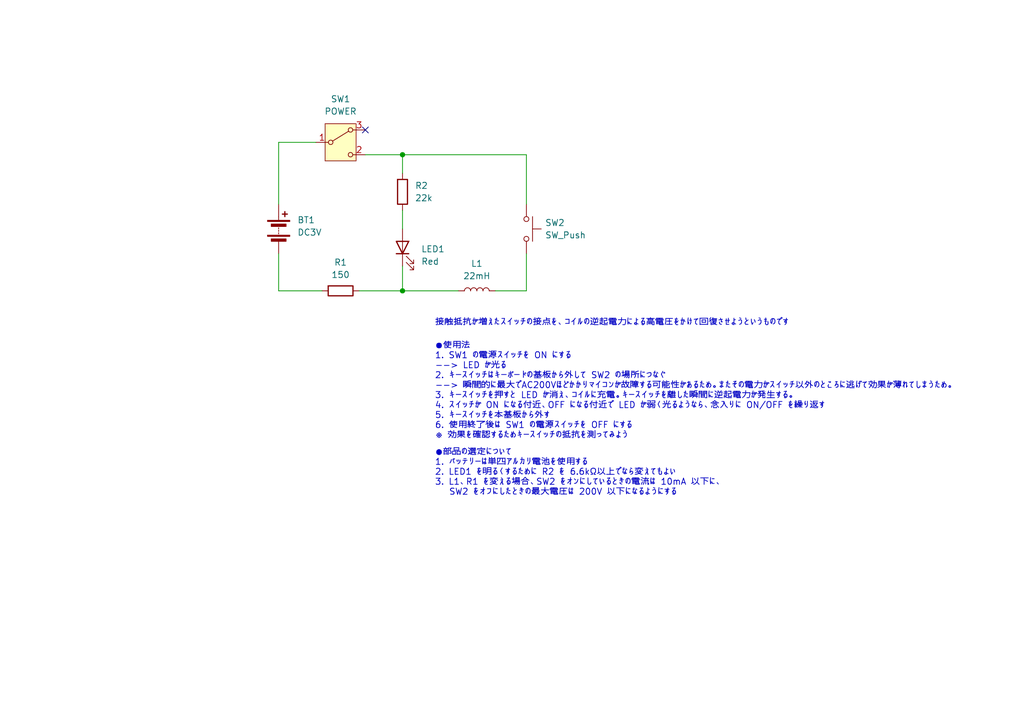
<source format=kicad_sch>
(kicad_sch (version 20250114) (generator "eeschema") (generator_version "9.0")
  (paper "A5")
  (title_block (title "Switch Reflesher") (date "2025-11-04") (rev "2.1"))
  (lib_symbols
    (symbol "Device:Battery" (pin_numbers (hide yes)) (pin_names (offset 0) (hide yes))
      (property "Reference" "BT" (at 2.54 2.54 0))
      (property "Value" "Battery" (at 2.54 0 0))
      (symbol "Battery_0_1"
        (rectangle (start -2.286 1.778) (end 2.286 1.524) (fill (type outline)))
        (rectangle (start -2.286 -1.27) (end 2.286 -1.524) (fill (type outline)))
        (rectangle (start -1.524 1.016) (end 1.524 0.508) (fill (type outline)))
        (rectangle (start -1.524 -2.032) (end 1.524 -2.54) (fill (type outline)))
        (polyline (pts (xy 0 1.778) (xy 0 2.54)))
        (polyline (pts (xy 0 0) (xy 0 0.254)))
        (polyline (pts (xy 0 -0.508) (xy 0 -0.254)))
        (polyline (pts (xy 0 -1.016) (xy 0 -0.762)))
        (polyline (pts (xy 0.762 3.048) (xy 1.778 3.048)) (stroke (width 0.254)))
        (polyline (pts (xy 1.27 3.556) (xy 1.27 2.54)) (stroke (width 0.254)))
      )
      (symbol "Battery_1_1"
        (pin passive line (at 0 5.08 270) (length 2.54) (name "+") (number "1"))
        (pin passive line (at 0 -5.08 90) (length 2.54) (name "-") (number "2"))
      )
    )
    (symbol "Device:L" (pin_numbers (hide yes)) (pin_names (offset 1.016) (hide yes))
      (property "Reference" "L" (at -1.27 0 90))
      (property "Value" "L" (at 1.905 0 90))
      (symbol "L_0_1"
        (arc (start 0 2.54) (mid 0.6323 1.905) (end 0 1.27))
        (arc (start 0 1.27) (mid 0.6323 0.635) (end 0 0))
        (arc (start 0 0) (mid 0.6323 -0.635) (end 0 -1.27))
        (arc (start 0 -1.27) (mid 0.6323 -1.905) (end 0 -2.54))
      )
      (symbol "L_1_1"
        (pin passive line (at 0 3.81 270) (length 1.27) (name "1") (number "1"))
        (pin passive line (at 0 -3.81 90) (length 1.27) (name "2") (number "2"))
      )
    )
    (symbol "Device:LED" (pin_numbers (hide yes)) (pin_names (offset 1.016) (hide yes))
      (property "Reference" "D" (at 0 2.54 0))
      (property "Value" "LED" (at 0 -2.54 0))
      (symbol "LED_0_1"
        (polyline (pts (xy -3.048 -0.762) (xy -4.572 -2.286) (xy -3.81 -2.286) (xy -4.572 -2.286) (xy -4.572 -1.524)))
        (polyline (pts (xy -1.778 -0.762) (xy -3.302 -2.286) (xy -2.54 -2.286) (xy -3.302 -2.286) (xy -3.302 -1.524)))
        (polyline (pts (xy -1.27 0) (xy 1.27 0)))
        (polyline (pts (xy -1.27 -1.27) (xy -1.27 1.27)) (stroke (width 0.254)))
        (polyline (pts (xy 1.27 -1.27) (xy 1.27 1.27) (xy -1.27 0) (xy 1.27 -1.27)) (stroke (width 0.254)))
      )
      (symbol "LED_1_1"
        (pin passive line (at -3.81 0 0) (length 2.54) (name "K") (number "1"))
        (pin passive line (at 3.81 0 180) (length 2.54) (name "A") (number "2"))
      )
    )
    (symbol "Device:R" (pin_numbers (hide yes)) (pin_names (offset 0))
      (property "Reference" "R" (at 2.032 0 90))
      (property "Value" "R" (at 0 0 90))
      (symbol "R_0_1"
        (rectangle (start -1.016 -2.54) (end 1.016 2.54) (stroke (width 0.254)))
      )
      (symbol "R_1_1"
        (pin passive line (at 0 3.81 270) (length 1.27) (name "~") (number "1"))
        (pin passive line (at 0 -3.81 90) (length 1.27) (name "~") (number "2"))
      )
    )
    (symbol "Switch:SW_Push" (pin_numbers (hide yes)) (pin_names (offset 1.016) (hide yes))
      (property "Reference" "SW" (at 1.27 2.54 0))
      (property "Value" "SW_Push" (at 0 -1.524 0))
      (symbol "SW_Push_0_1"
        (circle (center -2.032 0) (radius 0.508))
        (polyline (pts (xy 0 1.27) (xy 0 3.048)))
        (circle (center 2.032 0) (radius 0.508))
        (polyline (pts (xy 2.54 1.27) (xy -2.54 1.27)))
        (pin passive line (at -5.08 0 0) (length 2.54) (name "1") (number "1"))
        (pin passive line (at 5.08 0 180) (length 2.54) (name "2") (number "2"))
      )
    )
    (symbol "Switch:SW_Wuerth_450301014042" (pin_names (offset 1) (hide yes))
      (property "Reference" "SW" (at 0 5.08 0))
      (property "Value" "SW_Wuerth_450301014042" (at 0 -5.08 0))
      (symbol "SW_Wuerth_450301014042_0_1"
        (circle (center -2.032 0) (radius 0.4572))
        (polyline (pts (xy -1.651 0.254) (xy 1.651 2.286)))
        (circle (center 2.032 2.54) (radius 0.4572))
        (circle (center 2.032 -2.54) (radius 0.4572))
      )
      (symbol "SW_Wuerth_450301014042_1_1"
        (rectangle (start -3.175 3.81) (end 3.175 -3.81) (fill (type background)))
        (pin passive line (at -5.08 0 0) (length 2.54) (name "B") (number "1"))
        (pin passive line (at 5.08 2.54 180) (length 2.54) (name "A") (number "3"))
        (pin passive line (at 5.08 -2.54 180) (length 2.54) (name "C") (number "2"))
      )
    )
  )
  (text "●使用法\n1. SW1 の電源スイッチを ON にする\n--> LED が光る\n2. キースイッチはキーボードの基板から外して SW2 の場所につなぐ\n--> 瞬間的に最大でAC200Vほどかかりマイコンが故障する可能性があるため。またその電力がスイッチ以外のところに逃げて効果が薄れてしまうため。\n3. キースイッチを押すと LED が消え、コイルに充電。キースイッチを離した瞬間に逆起電力が発生する。\n4. スイッチが ON になる付近、OFF になる付近で LED が弱く光るようなら、念入りに ON/OFF を繰り返す\n5. キースイッチを本基板から外す\n6. 使用終了後は SW1 の電源スイッチを OFF にする\n※ 効果を確認するためキースイッチの抵抗を測ってみよう" (at 89.154 80.264 0) (effects (font (size 1.27 1.27)) (justify left)))
  (text "接触抵抗が増えたスイッチの接点を、コイルの逆起電力による高電圧をかけて回復させようというものです" (at 89.154 66.294 0) (effects (font (size 1.27 1.27)) (justify left)))
  (text "●部品の選定について\n1. バッテリーは単四アルカリ電池を使用する\n2. LED1 を明るくするために R2 を 6.6kΩ以上でなら変えてもよい\n3. L1、R1 を変える場合、SW2 をオンにしているときの電流は 10mA 以下に、\n   SW2 をオフにしたときの最大電圧は 200V 以下になるようにする" (at 89.154 97.028 0) (effects (font (size 1.27 1.27)) (justify left)))
  (junction (at 82.55 59.69))
  (junction (at 82.55 31.75))
  (no_connect (at 74.93 26.67))
  (wire (pts (xy 107.95 31.75) (xy 107.95 41.91)))
  (wire (pts (xy 82.55 31.75) (xy 82.55 35.56)))
  (wire (pts (xy 82.55 54.61) (xy 82.55 59.69)))
  (wire (pts (xy 101.6 59.69) (xy 107.95 59.69)))
  (wire (pts (xy 82.55 31.75) (xy 107.95 31.75)))
  (wire (pts (xy 57.15 41.91) (xy 57.15 29.21)))
  (wire (pts (xy 82.55 43.18) (xy 82.55 46.99)))
  (wire (pts (xy 107.95 59.69) (xy 107.95 52.07)))
  (wire (pts (xy 82.55 59.69) (xy 93.98 59.69)))
  (wire (pts (xy 57.15 59.69) (xy 66.04 59.69)))
  (wire (pts (xy 57.15 29.21) (xy 64.77 29.21)))
  (wire (pts (xy 73.66 59.69) (xy 82.55 59.69)))
  (wire (pts (xy 57.15 52.07) (xy 57.15 59.69)))
  (wire (pts (xy 74.93 31.75) (xy 82.55 31.75)))
  (symbol (lib_id "Switch:SW_Wuerth_450301014042") (at 69.85 29.21 0) (unit 1)
    (property "Reference" "SW1" (at 69.85 20.32 0))
    (property "Value" "POWER" (at 69.85 22.86 0))
    (property "Footprint" "Button_Switch_THT:SW_Slide-03_Wuerth-WS-SLTV_10x2.5x6.4_P2.54mm" (effects (hide yes)))
    (property "Datasheet" "https://www.we-online.com/components/products/datasheet/450301014042.pdf" (effects (hide yes)))
    (property "Description" "Switch slide, single pole double throw" (effects (hide yes)))
  )
  (symbol (lib_id "Device:R") (at 69.85 59.69 90) (unit 1)
    (property "Reference" "R1" (at 69.85 53.848 90))
    (property "Value" "150" (at 69.85 56.388 90))
    (property "Footprint" "Resistor_THT:R_Axial_DIN0207_L6.3mm_D2.5mm_P10.16mm_Horizontal" (effects (hide yes)))
    (property "Description" "Resistor" (effects (hide yes)))
  )
  (symbol (lib_id "Device:L") (at 97.79 59.69 90) (unit 1)
    (property "Reference" "L1" (at 97.79 54.102 90))
    (property "Value" "22mH" (at 97.79 56.642 90))
    (property "Footprint" "Inductor_THT:L_Axial_L7.0mm_D3.3mm_P10.16mm_Horizontal_Fastron_MICC" (effects (hide yes)))
    (property "Description" "Inductor" (effects (hide yes)))
  )
  (symbol (lib_id "Device:LED") (at 82.55 50.8 90) (unit 1)
    (property "Reference" "LED1" (at 86.36 51.1174 90) (effects (justify right)))
    (property "Value" "Red" (at 86.36 53.6574 90) (effects (justify right)))
    (property "Footprint" "LED_THT:LED_D5.0mm" (effects (hide yes)))
    (property "Description" "Light emitting diode" (effects (hide yes)))
    (property "Sim.Pins" "1=K 2=A" (effects (hide yes)))
  )
  (symbol (lib_id "Device:Battery") (at 57.15 46.99 0) (unit 1)
    (property "Reference" "BT1" (at 60.96 45.1484 0) (effects (justify left)))
    (property "Value" "DC3V" (at 60.96 47.6884 0) (effects (justify left)))
    (property "Footprint" "TestPoint:TestPoint_2Pads_Pitch2.54mm_Drill0.8mm" (effects (hide yes)))
    (property "Description" "Multiple-cell battery" (effects (hide yes)))
  )
  (symbol (lib_id "Device:R") (at 82.55 39.37 180) (unit 1)
    (property "Reference" "R2" (at 85.09 38.0999 0) (effects (justify right)))
    (property "Value" "22k" (at 85.09 40.6399 0) (effects (justify right)))
    (property "Footprint" "Resistor_THT:R_Axial_DIN0204_L3.6mm_D1.6mm_P5.08mm_Horizontal" (effects (hide yes)))
    (property "Description" "Resistor" (effects (hide yes)))
  )
  (symbol (lib_id "Switch:SW_Push") (at 107.95 46.99 270) (unit 1)
    (property "Reference" "SW2" (at 111.76 45.7199 90) (effects (justify left)))
    (property "Value" "SW_Push" (at 111.76 48.2599 90) (effects (justify left)))
    (property "Footprint" "TestPoint:TestPoint_2Pads_Pitch5.08mm_Drill1.3mm" (effects (hide yes)))
    (property "Description" "Push button switch, generic, two pins" (effects (hide yes)))
  )
)
</source>
